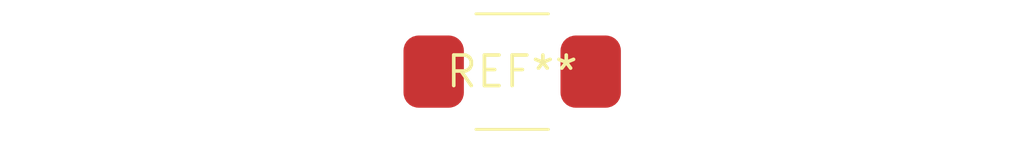
<source format=kicad_pcb>
(kicad_pcb (version 20240108) (generator pcbnew)
  (layers (0 "F.Cu" signal) (31 "B.Cu" signal) (34 "B.Paste" user) (35 "F.Paste" user) (36 "B.SilkS" user "B.Silkscreen") (37 "F.SilkS" user "F.Silkscreen") (38 "B.Mask" user) (39 "F.Mask" user) (44 "Edge.Cuts" user))
  (net 0 "")
  (footprint "Crystal_SMD_TXC_AX_8045-2Pin_8.0x4.5mm" (layer "F.Cu") (at 0 0)
    (property "Reference" "REF**")
    (property "Value" "Crystal_SMD_TXC_AX_8045-2Pin_8.0x4.5mm")
    (fp_line (start -1.5 2.4) (end 1.5 2.4) (layer "F.SilkS") (stroke (width 0.12)))
    (fp_line (start 1.5 -2.4) (end -1.5 -2.4) (layer "F.SilkS") (stroke (width 0.12)))
    (pad "1" smd roundrect (at -3.25 0) (size 2.5 3) (layers "F.Cu" "F.Paste" "F.Mask"))
    (pad "2" smd roundrect (at 3.25 0) (size 2.5 3) (layers "F.Cu" "F.Paste" "F.Mask"))
  )
)
</source>
